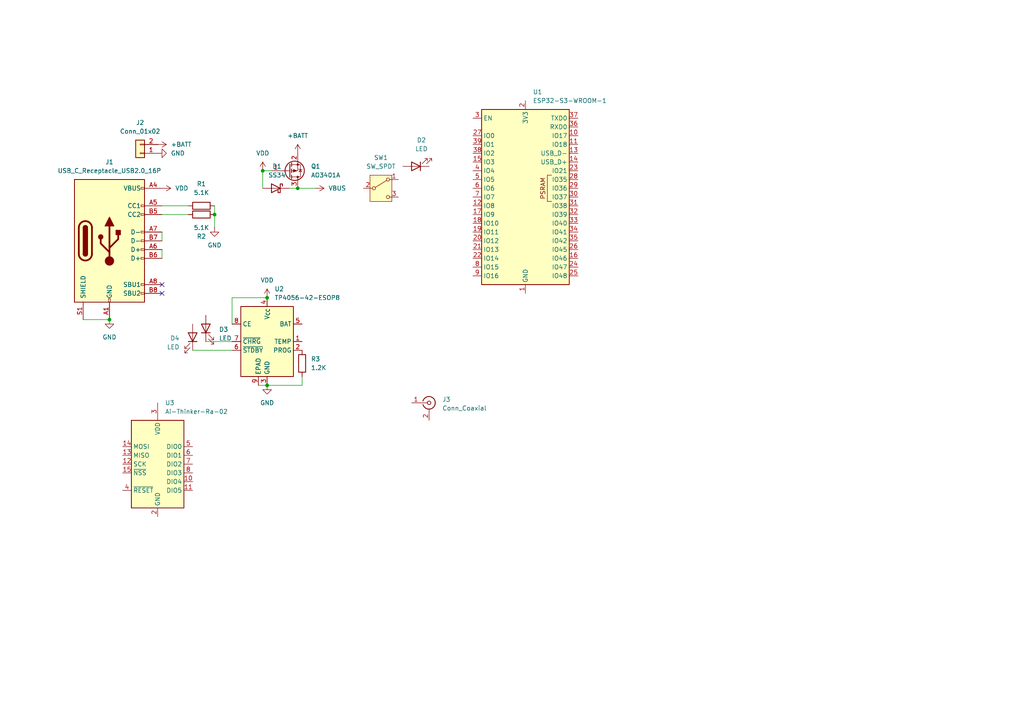
<source format=kicad_sch>
(kicad_sch (version 20250114) (generator "eeschema") (generator_version "9.0")
  (paper "A4")
  (lib_symbols
    (symbol "Battery_Management:TP4056-42-ESOP8"
      (property "Reference" "U" (at -6.604 11.684 0))
      (property "Value" "TP4056-42-ESOP8" (at 10.16 11.684 0))
      (symbol "TP4056-42-ESOP8_1_0"
        (pin input line (at -10.16 5.08 0) (length 2.54) (name "CE") (number "8"))
        (pin open_collector line (at -10.16 0 0) (length 2.54) (name "~{CHRG}") (number "7"))
        (pin open_collector line (at -10.16 -2.54 0) (length 2.54) (name "~{STDBY}") (number "6"))
        (pin passive line (at -2.54 -12.7 90) (length 2.54) (name "EPAD") (number "9"))
        (pin power_in line (at 0 12.7 270) (length 2.54) (name "V_{CC}") (number "4"))
        (pin power_in line (at 0 -12.7 90) (length 2.54) (name "GND") (number "3"))
        (pin power_out line (at 10.16 5.08 180) (length 2.54) (name "BAT") (number "5"))
        (pin input line (at 10.16 0 180) (length 2.54) (name "TEMP") (number "1"))
        (pin passive line (at 10.16 -2.54 180) (length 2.54) (name "PROG") (number "2"))
      )
      (symbol "TP4056-42-ESOP8_1_1"
        (rectangle (start -7.62 10.16) (end 7.62 -10.16) (stroke (width 0.254)) (fill (type background)))
      )
    )
    (symbol "Connector:Conn_Coaxial" (pin_names (offset 1.016) (hide yes))
      (property "Reference" "J" (at 0.254 3.048 0))
      (property "Value" "Conn_Coaxial" (at 2.921 0 90))
      (symbol "Conn_Coaxial_0_1"
        (polyline (pts (xy -2.54 0) (xy -0.508 0)))
        (arc (start 1.778 0) (mid 0.222 -1.8079) (end -1.778 -0.508) (stroke (width 0.254)))
        (arc (start -1.778 0.508) (mid 0.2221 1.8084) (end 1.778 0) (stroke (width 0.254)))
        (circle (center 0 0) (radius 0.508) (stroke (width 0.2032)))
        (polyline (pts (xy 0 -2.54) (xy 0 -1.778)))
      )
      (symbol "Conn_Coaxial_1_1"
        (pin passive line (at -5.08 0 0) (length 2.54) (name "In") (number "1"))
        (pin passive line (at 0 -5.08 90) (length 2.54) (name "Ext") (number "2"))
      )
    )
    (symbol "Connector:USB_C_Receptacle_USB2.0_16P" (pin_names (offset 1.016))
      (property "Reference" "J" (at 0 22.225 0))
      (property "Value" "USB_C_Receptacle_USB2.0_16P" (at 0 19.685 0))
      (symbol "USB_C_Receptacle_USB2.0_16P_0_0"
        (rectangle (start -0.254 -17.78) (end 0.254 -16.764))
        (rectangle (start 10.16 15.494) (end 9.144 14.986))
        (rectangle (start 10.16 10.414) (end 9.144 9.906))
        (rectangle (start 10.16 7.874) (end 9.144 7.366))
        (rectangle (start 10.16 2.794) (end 9.144 2.286))
        (rectangle (start 10.16 0.254) (end 9.144 -0.254))
        (rectangle (start 10.16 -2.286) (end 9.144 -2.794))
        (rectangle (start 10.16 -4.826) (end 9.144 -5.334))
        (rectangle (start 10.16 -12.446) (end 9.144 -12.954))
        (rectangle (start 10.16 -14.986) (end 9.144 -15.494))
      )
      (symbol "USB_C_Receptacle_USB2.0_16P_0_1"
        (rectangle (start -10.16 17.78) (end 10.16 -17.78) (stroke (width 0.254)) (fill (type background)))
        (polyline (pts (xy -8.89 -3.81) (xy -8.89 3.81)) (stroke (width 0.508)))
        (rectangle (start -7.62 -3.81) (end -6.35 3.81) (stroke (width 0.254)) (fill (type outline)))
        (arc (start -7.62 3.81) (mid -6.985 4.4423) (end -6.35 3.81) (stroke (width 0.254)))
        (arc (start -7.62 3.81) (mid -6.985 4.4423) (end -6.35 3.81) (stroke (width 0.254)) (fill (type outline)))
        (arc (start -8.89 3.81) (mid -6.985 5.7067) (end -5.08 3.81) (stroke (width 0.508)))
        (arc (start -5.08 -3.81) (mid -6.985 -5.7067) (end -8.89 -3.81) (stroke (width 0.508)))
        (arc (start -6.35 -3.81) (mid -6.985 -4.4423) (end -7.62 -3.81) (stroke (width 0.254)))
        (arc (start -6.35 -3.81) (mid -6.985 -4.4423) (end -7.62 -3.81) (stroke (width 0.254)) (fill (type outline)))
        (polyline (pts (xy -5.08 3.81) (xy -5.08 -3.81)) (stroke (width 0.508)))
        (circle (center -2.54 1.143) (radius 0.635) (stroke (width 0.254)) (fill (type outline)))
        (polyline (pts (xy -1.27 4.318) (xy 0 6.858) (xy 1.27 4.318) (xy -1.27 4.318)) (stroke (width 0.254)) (fill (type outline)))
        (polyline (pts (xy 0 -2.032) (xy 2.54 0.508) (xy 2.54 1.778)) (stroke (width 0.508)))
        (polyline (pts (xy 0 -3.302) (xy -2.54 -0.762) (xy -2.54 0.508)) (stroke (width 0.508)))
        (polyline (pts (xy 0 -5.842) (xy 0 4.318)) (stroke (width 0.508)))
        (circle (center 0 -5.842) (radius 1.27) (fill (type outline)))
        (rectangle (start 1.905 1.778) (end 3.175 3.048) (stroke (width 0.254)) (fill (type outline)))
      )
      (symbol "USB_C_Receptacle_USB2.0_16P_1_1"
        (pin passive line (at -7.62 -22.86 90) (length 5.08) (name "SHIELD") (number "S1"))
        (pin passive line (at 0 -22.86 90) (length 5.08) (name "GND") (number "A1"))
        (pin passive line (at 0 -22.86 90) (length 5.08) (hide yes) (name "GND") (number "A12"))
        (pin passive line (at 0 -22.86 90) (length 5.08) (hide yes) (name "GND") (number "B1"))
        (pin passive line (at 0 -22.86 90) (length 5.08) (hide yes) (name "GND") (number "B12"))
        (pin passive line (at 15.24 15.24 180) (length 5.08) (name "VBUS") (number "A4"))
        (pin passive line (at 15.24 15.24 180) (length 5.08) (hide yes) (name "VBUS") (number "A9"))
        (pin passive line (at 15.24 15.24 180) (length 5.08) (hide yes) (name "VBUS") (number "B4"))
        (pin passive line (at 15.24 15.24 180) (length 5.08) (hide yes) (name "VBUS") (number "B9"))
        (pin bidirectional line (at 15.24 10.16 180) (length 5.08) (name "CC1") (number "A5"))
        (pin bidirectional line (at 15.24 7.62 180) (length 5.08) (name "CC2") (number "B5"))
        (pin bidirectional line (at 15.24 2.54 180) (length 5.08) (name "D-") (number "A7"))
        (pin bidirectional line (at 15.24 0 180) (length 5.08) (name "D-") (number "B7"))
        (pin bidirectional line (at 15.24 -2.54 180) (length 5.08) (name "D+") (number "A6"))
        (pin bidirectional line (at 15.24 -5.08 180) (length 5.08) (name "D+") (number "B6"))
        (pin bidirectional line (at 15.24 -12.7 180) (length 5.08) (name "SBU1") (number "A8"))
        (pin bidirectional line (at 15.24 -15.24 180) (length 5.08) (name "SBU2") (number "B8"))
      )
    )
    (symbol "Connector_Generic:Conn_01x02" (pin_names (offset 1.016) (hide yes))
      (property "Reference" "J" (at 0 2.54 0))
      (property "Value" "Conn_01x02" (at 0 -5.08 0))
      (symbol "Conn_01x02_1_1"
        (rectangle (start -1.27 1.27) (end 1.27 -3.81) (stroke (width 0.254)) (fill (type background)))
        (rectangle (start -1.27 0.127) (end 0 -0.127) (stroke (width 0.1524)))
        (rectangle (start -1.27 -2.413) (end 0 -2.667) (stroke (width 0.1524)))
        (pin passive line (at -5.08 0 0) (length 3.81) (name "Pin_1") (number "1"))
        (pin passive line (at -5.08 -2.54 0) (length 3.81) (name "Pin_2") (number "2"))
      )
    )
    (symbol "Device:LED" (pin_numbers (hide yes)) (pin_names (offset 1.016) (hide yes))
      (property "Reference" "D" (at 0 2.54 0))
      (property "Value" "LED" (at 0 -2.54 0))
      (symbol "LED_0_1"
        (polyline (pts (xy -3.048 -0.762) (xy -4.572 -2.286) (xy -3.81 -2.286) (xy -4.572 -2.286) (xy -4.572 -1.524)))
        (polyline (pts (xy -1.778 -0.762) (xy -3.302 -2.286) (xy -2.54 -2.286) (xy -3.302 -2.286) (xy -3.302 -1.524)))
        (polyline (pts (xy -1.27 0) (xy 1.27 0)))
        (polyline (pts (xy -1.27 -1.27) (xy -1.27 1.27)) (stroke (width 0.254)))
        (polyline (pts (xy 1.27 -1.27) (xy 1.27 1.27) (xy -1.27 0) (xy 1.27 -1.27)) (stroke (width 0.254)))
      )
      (symbol "LED_1_1"
        (pin passive line (at -3.81 0 0) (length 2.54) (name "K") (number "1"))
        (pin passive line (at 3.81 0 180) (length 2.54) (name "A") (number "2"))
      )
    )
    (symbol "Device:R" (pin_numbers (hide yes)) (pin_names (offset 0))
      (property "Reference" "R" (at 2.032 0 90))
      (property "Value" "R" (at 0 0 90))
      (symbol "R_0_1"
        (rectangle (start -1.016 -2.54) (end 1.016 2.54) (stroke (width 0.254)))
      )
      (symbol "R_1_1"
        (pin passive line (at 0 3.81 270) (length 1.27) (name "~") (number "1"))
        (pin passive line (at 0 -3.81 90) (length 1.27) (name "~") (number "2"))
      )
    )
    (symbol "Diode:SS34" (pin_numbers (hide yes)) (pin_names (offset 1.016) (hide yes))
      (property "Reference" "D" (at 0 2.54 0))
      (property "Value" "SS34" (at 0 -2.54 0))
      (symbol "SS34_0_1"
        (polyline (pts (xy -1.905 0.635) (xy -1.905 1.27) (xy -1.27 1.27) (xy -1.27 -1.27) (xy -0.635 -1.27) (xy -0.635 -0.635)) (stroke (width 0.254)))
        (polyline (pts (xy 1.27 1.27) (xy 1.27 -1.27) (xy -1.27 0) (xy 1.27 1.27)) (stroke (width 0.254)))
        (polyline (pts (xy 1.27 0) (xy -1.27 0)))
      )
      (symbol "SS34_1_1"
        (pin passive line (at -3.81 0 0) (length 2.54) (name "K") (number "1"))
        (pin passive line (at 3.81 0 180) (length 2.54) (name "A") (number "2"))
      )
    )
    (symbol "RF_Module:Ai-Thinker-Ra-02"
      (property "Reference" "U" (at 2.54 19.05 0))
      (property "Value" "Ai-Thinker-Ra-02" (at 13.97 -15.24 0))
      (symbol "Ai-Thinker-Ra-02_0_1"
        (rectangle (start -7.62 12.7) (end 7.62 -12.7) (stroke (width 0.254)) (fill (type background)))
      )
      (symbol "Ai-Thinker-Ra-02_1_1"
        (pin input line (at -10.16 5.08 0) (length 2.54) (name "MOSI") (number "14"))
        (pin output line (at -10.16 2.54 0) (length 2.54) (name "MISO") (number "13"))
        (pin input line (at -10.16 0 0) (length 2.54) (name "SCK") (number "12"))
        (pin input line (at -10.16 -2.54 0) (length 2.54) (name "~{NSS}") (number "15"))
        (pin input line (at -10.16 -7.62 0) (length 2.54) (name "~{RESET}") (number "4"))
        (pin power_in line (at 0 17.78 270) (length 5.08) (name "VDD") (number "3"))
        (pin passive line (at 0 -15.24 90) (length 2.54) (hide yes) (name "GND") (number "1"))
        (pin passive line (at 0 -15.24 90) (length 2.54) (hide yes) (name "GND") (number "16"))
        (pin power_in line (at 0 -15.24 90) (length 2.54) (name "GND") (number "2"))
        (pin passive line (at 0 -15.24 90) (length 2.54) (hide yes) (name "GND") (number "9"))
        (pin bidirectional line (at 10.16 5.08 180) (length 2.54) (name "DIO0") (number "5"))
        (pin bidirectional line (at 10.16 2.54 180) (length 2.54) (name "DIO1") (number "6"))
        (pin bidirectional line (at 10.16 0 180) (length 2.54) (name "DIO2") (number "7"))
        (pin bidirectional line (at 10.16 -2.54 180) (length 2.54) (name "DIO3") (number "8"))
        (pin bidirectional line (at 10.16 -5.08 180) (length 2.54) (name "DIO4") (number "10"))
        (pin bidirectional line (at 10.16 -7.62 180) (length 2.54) (name "DIO5") (number "11"))
      )
    )
    (symbol "RF_Module:ESP32-S3-WROOM-1"
      (property "Reference" "U" (at -12.7 26.67 0))
      (property "Value" "ESP32-S3-WROOM-1" (at 12.7 26.67 0))
      (symbol "ESP32-S3-WROOM-1_0_0"
        (rectangle (start -12.7 25.4) (end 12.7 -25.4) (stroke (width 0.254)) (fill (type background)))
        (text "PSRAM" (at 5.08 2.54 900) (effects (font (size 1.27 1.27))))
      )
      (symbol "ESP32-S3-WROOM-1_0_1"
        (polyline (pts (xy 7.62 -1.27) (xy 6.35 -1.27) (xy 6.35 6.35) (xy 7.62 6.35)))
      )
      (symbol "ESP32-S3-WROOM-1_1_1"
        (pin input line (at -15.24 22.86 0) (length 2.54) (name "EN") (number "3"))
        (pin bidirectional line (at -15.24 17.78 0) (length 2.54) (name "IO0") (number "27"))
        (pin bidirectional line (at -15.24 15.24 0) (length 2.54) (name "IO1") (number "39"))
        (pin bidirectional line (at -15.24 12.7 0) (length 2.54) (name "IO2") (number "38"))
        (pin bidirectional line (at -15.24 10.16 0) (length 2.54) (name "IO3") (number "15"))
        (pin bidirectional line (at -15.24 7.62 0) (length 2.54) (name "IO4") (number "4"))
        (pin bidirectional line (at -15.24 5.08 0) (length 2.54) (name "IO5") (number "5"))
        (pin bidirectional line (at -15.24 2.54 0) (length 2.54) (name "IO6") (number "6"))
        (pin bidirectional line (at -15.24 0 0) (length 2.54) (name "IO7") (number "7"))
        (pin bidirectional line (at -15.24 -2.54 0) (length 2.54) (name "IO8") (number "12"))
        (pin bidirectional line (at -15.24 -5.08 0) (length 2.54) (name "IO9") (number "17"))
        (pin bidirectional line (at -15.24 -7.62 0) (length 2.54) (name "IO10") (number "18"))
        (pin bidirectional line (at -15.24 -10.16 0) (length 2.54) (name "IO11") (number "19"))
        (pin bidirectional line (at -15.24 -12.7 0) (length 2.54) (name "IO12") (number "20"))
        (pin bidirectional line (at -15.24 -15.24 0) (length 2.54) (name "IO13") (number "21"))
        (pin bidirectional line (at -15.24 -17.78 0) (length 2.54) (name "IO14") (number "22"))
        (pin bidirectional line (at -15.24 -20.32 0) (length 2.54) (name "IO15") (number "8"))
        (pin bidirectional line (at -15.24 -22.86 0) (length 2.54) (name "IO16") (number "9"))
        (pin power_in line (at 0 27.94 270) (length 2.54) (name "3V3") (number "2"))
        (pin power_in line (at 0 -27.94 90) (length 2.54) (name "GND") (number "1"))
        (pin passive line (at 0 -27.94 90) (length 2.54) (hide yes) (name "GND") (number "40"))
        (pin passive line (at 0 -27.94 90) (length 2.54) (hide yes) (name "GND") (number "41"))
        (pin bidirectional line (at 15.24 22.86 180) (length 2.54) (name "TXD0") (number "37"))
        (pin bidirectional line (at 15.24 20.32 180) (length 2.54) (name "RXD0") (number "36"))
        (pin bidirectional line (at 15.24 17.78 180) (length 2.54) (name "IO17") (number "10"))
        (pin bidirectional line (at 15.24 15.24 180) (length 2.54) (name "IO18") (number "11"))
        (pin bidirectional line (at 15.24 12.7 180) (length 2.54) (name "USB_D-") (number "13"))
        (pin bidirectional line (at 15.24 10.16 180) (length 2.54) (name "USB_D+") (number "14"))
        (pin bidirectional line (at 15.24 7.62 180) (length 2.54) (name "IO21") (number "23"))
        (pin bidirectional line (at 15.24 5.08 180) (length 2.54) (name "IO35") (number "28"))
        (pin bidirectional line (at 15.24 2.54 180) (length 2.54) (name "IO36") (number "29"))
        (pin bidirectional line (at 15.24 0 180) (length 2.54) (name "IO37") (number "30"))
        (pin bidirectional line (at 15.24 -2.54 180) (length 2.54) (name "IO38") (number "31"))
        (pin bidirectional line (at 15.24 -5.08 180) (length 2.54) (name "IO39") (number "32"))
        (pin bidirectional line (at 15.24 -7.62 180) (length 2.54) (name "IO40") (number "33"))
        (pin bidirectional line (at 15.24 -10.16 180) (length 2.54) (name "IO41") (number "34"))
        (pin bidirectional line (at 15.24 -12.7 180) (length 2.54) (name "IO42") (number "35"))
        (pin bidirectional line (at 15.24 -15.24 180) (length 2.54) (name "IO45") (number "26"))
        (pin bidirectional line (at 15.24 -17.78 180) (length 2.54) (name "IO46") (number "16"))
        (pin bidirectional line (at 15.24 -20.32 180) (length 2.54) (name "IO47") (number "24"))
        (pin bidirectional line (at 15.24 -22.86 180) (length 2.54) (name "IO48") (number "25"))
      )
    )
    (symbol "Switch:SW_SPDT" (pin_names (offset 0) (hide yes))
      (property "Reference" "SW" (at 0 5.08 0))
      (property "Value" "SW_SPDT" (at 0 -5.08 0))
      (symbol "SW_SPDT_0_1"
        (circle (center -2.032 0) (radius 0.4572))
        (polyline (pts (xy -1.651 0.254) (xy 1.651 2.286)))
        (circle (center 2.032 2.54) (radius 0.4572))
        (circle (center 2.032 -2.54) (radius 0.4572))
      )
      (symbol "SW_SPDT_1_1"
        (rectangle (start -3.175 3.81) (end 3.175 -3.81) (fill (type background)))
        (pin passive line (at -5.08 0 0) (length 2.54) (name "B") (number "2"))
        (pin passive line (at 5.08 2.54 180) (length 2.54) (name "A") (number "1"))
        (pin passive line (at 5.08 -2.54 180) (length 2.54) (name "C") (number "3"))
      )
    )
    (symbol "Transistor_FET:AO3401A" (pin_names (hide yes))
      (property "Reference" "Q" (at 5.08 1.905 0))
      (property "Value" "AO3401A" (at 5.08 0 0))
      (symbol "AO3401A_0_1"
        (polyline (pts (xy 0.254 1.905) (xy 0.254 -1.905)) (stroke (width 0.254)))
        (polyline (pts (xy 0.254 0) (xy -2.54 0)))
        (polyline (pts (xy 0.762 2.286) (xy 0.762 1.27)) (stroke (width 0.254)))
        (polyline (pts (xy 0.762 1.778) (xy 3.302 1.778) (xy 3.302 -1.778) (xy 0.762 -1.778)))
        (polyline (pts (xy 0.762 0.508) (xy 0.762 -0.508)) (stroke (width 0.254)))
        (polyline (pts (xy 0.762 -1.27) (xy 0.762 -2.286)) (stroke (width 0.254)))
        (circle (center 1.651 0) (radius 2.794) (stroke (width 0.254)))
        (polyline (pts (xy 2.286 0) (xy 1.27 0.381) (xy 1.27 -0.381) (xy 2.286 0)) (fill (type outline)))
        (polyline (pts (xy 2.54 2.54) (xy 2.54 1.778)))
        (circle (center 2.54 1.778) (radius 0.254) (fill (type outline)))
        (circle (center 2.54 -1.778) (radius 0.254) (fill (type outline)))
        (polyline (pts (xy 2.54 -2.54) (xy 2.54 0) (xy 0.762 0)))
        (polyline (pts (xy 2.794 -0.508) (xy 2.921 -0.381) (xy 3.683 -0.381) (xy 3.81 -0.254)))
        (polyline (pts (xy 3.302 -0.381) (xy 2.921 0.254) (xy 3.683 0.254) (xy 3.302 -0.381)))
      )
      (symbol "AO3401A_1_1"
        (pin input line (at -5.08 0 0) (length 2.54) (name "G") (number "1"))
        (pin passive line (at 2.54 5.08 270) (length 2.54) (name "D") (number "3"))
        (pin passive line (at 2.54 -5.08 90) (length 2.54) (name "S") (number "2"))
      )
    )
    (symbol "power:+BATT" (power) (pin_numbers (hide yes)) (pin_names (offset 0) (hide yes))
      (property "Value" "+BATT" (at 0 3.556 0))
      (symbol "+BATT_0_1"
        (polyline (pts (xy -0.762 1.27) (xy 0 2.54)))
        (polyline (pts (xy 0 2.54) (xy 0.762 1.27)))
        (polyline (pts (xy 0 0) (xy 0 2.54)))
      )
      (symbol "+BATT_1_1"
        (pin power_in line (at 0 0 90) (length 0) (name "~") (number "1"))
      )
    )
    (symbol "power:GND" (power) (pin_numbers (hide yes)) (pin_names (offset 0) (hide yes))
      (property "Value" "GND" (at 0 -3.81 0))
      (symbol "GND_0_1"
        (polyline (pts (xy 0 0) (xy 0 -1.27) (xy 1.27 -1.27) (xy 0 -2.54) (xy -1.27 -1.27) (xy 0 -1.27)))
      )
      (symbol "GND_1_1"
        (pin power_in line (at 0 0 270) (length 0) (name "~") (number "1"))
      )
    )
    (symbol "power:VBUS" (power) (pin_numbers (hide yes)) (pin_names (offset 0) (hide yes))
      (property "Value" "VBUS" (at 0 3.556 0))
      (symbol "VBUS_0_1"
        (polyline (pts (xy -0.762 1.27) (xy 0 2.54)))
        (polyline (pts (xy 0 2.54) (xy 0.762 1.27)))
        (polyline (pts (xy 0 0) (xy 0 2.54)))
      )
      (symbol "VBUS_1_1"
        (pin power_in line (at 0 0 90) (length 0) (name "~") (number "1"))
      )
    )
    (symbol "power:VDD" (power) (pin_numbers (hide yes)) (pin_names (offset 0) (hide yes))
      (property "Value" "VDD" (at 0 3.556 0))
      (symbol "VDD_0_1"
        (polyline (pts (xy -0.762 1.27) (xy 0 2.54)))
        (polyline (pts (xy 0 2.54) (xy 0.762 1.27)))
        (polyline (pts (xy 0 0) (xy 0 2.54)))
      )
      (symbol "VDD_1_1"
        (pin power_in line (at 0 0 90) (length 0) (name "~") (number "1"))
      )
    )
  )
  (junction (at 76.2 49.53))
  (junction (at 86.36 54.61))
  (junction (at 62.23 62.23))
  (junction (at 77.47 86.36))
  (junction (at 77.47 111.76))
  (junction (at 31.75 92.71))
  (no_connect (at 46.99 82.55))
  (no_connect (at 46.99 85.09))
  (wire (pts (xy 78.74 49.53) (xy 76.2 49.53)))
  (wire (pts (xy 86.36 54.61) (xy 91.44 54.61)))
  (wire (pts (xy 46.99 62.23) (xy 54.61 62.23)))
  (wire (pts (xy 74.93 111.76) (xy 77.47 111.76)))
  (wire (pts (xy 83.82 54.61) (xy 86.36 54.61)))
  (wire (pts (xy 67.31 93.98) (xy 67.31 86.36)))
  (wire (pts (xy 46.99 67.31) (xy 46.99 69.85)))
  (wire (pts (xy 62.23 59.69) (xy 62.23 62.23)))
  (wire (pts (xy 24.13 92.71) (xy 31.75 92.71)))
  (wire (pts (xy 55.88 101.6) (xy 67.31 101.6)))
  (wire (pts (xy 54.61 59.69) (xy 46.99 59.69)))
  (wire (pts (xy 87.63 109.22) (xy 87.63 111.76)))
  (wire (pts (xy 87.63 111.76) (xy 77.47 111.76)))
  (wire (pts (xy 46.99 72.39) (xy 46.99 74.93)))
  (wire (pts (xy 62.23 62.23) (xy 62.23 66.04)))
  (wire (pts (xy 67.31 86.36) (xy 77.47 86.36)))
  (wire (pts (xy 59.69 99.06) (xy 67.31 99.06)))
  (wire (pts (xy 76.2 49.53) (xy 76.2 54.61)))
  (symbol (lib_id "Device:LED") (at 120.65 48.26 180) (unit 1)
    (property "Reference" "D2" (at 122.2375 40.64 0))
    (property "Value" "LED" (at 122.2375 43.18 0))
    (property "Description" "Light emitting diode" (effects (hide yes)))
    (property "Sim.Pins" "1=K 2=A" (effects (hide yes)))
  )
  (symbol (lib_id "Diode:SS34") (at 80.01 54.61 0) (mirror y) (unit 1)
    (property "Reference" "D1" (at 80.3275 48.26 0))
    (property "Value" "SS34" (at 80.3275 50.8 0))
    (property "Footprint" "Diode_SMD:D_SMA" (effects (hide yes)))
    (property "Datasheet" "https://www.vishay.com/docs/88751/ss32.pdf" (effects (hide yes)))
    (property "Description" "40V 3A Schottky Diode, SMA" (effects (hide yes)))
  )
  (symbol (lib_id "Transistor_FET:AO3401A") (at 83.82 49.53 0) (mirror x) (unit 1)
    (property "Reference" "Q1" (at 90.17 48.2599 0) (effects (justify left)))
    (property "Value" "AO3401A" (at 90.17 50.7999 0) (effects (justify left)))
    (property "Footprint" "Package_TO_SOT_SMD:SOT-23" (effects (hide yes)))
    (property "Datasheet" "http://www.aosmd.com/pdfs/datasheet/AO3401A.pdf" (effects (hide yes)))
    (property "Description" "-4.0A Id, -30V Vds, P-Channel MOSFET, SOT-23" (effects (hide yes)))
  )
  (symbol (lib_id "RF_Module:ESP32-S3-WROOM-1") (at 152.4 57.15 0) (unit 1)
    (property "Reference" "U1" (at 154.5433 26.67 0) (effects (justify left)))
    (property "Value" "ESP32-S3-WROOM-1" (at 154.5433 29.21 0) (effects (justify left)))
    (property "Footprint" "RF_Module:ESP32-S3-WROOM-1" (effects (hide yes)))
    (property "Datasheet" "https://www.espressif.com/sites/default/files/documentation/esp32-s3-wroom-1_wroom-1u_datasheet_en.pdf" (effects (hide yes)))
    (property "Description" "RF Module, ESP32-S3 SoC, Wi-Fi 802.11b/g/n, Bluetooth, BLE, 32-bit, 3.3V, onboard antenna, SMD" (effects (hide yes)))
  )
  (symbol (lib_id "Device:LED") (at 59.69 95.25 90) (unit 1)
    (property "Reference" "D3" (at 63.5 95.5674 90) (effects (justify right)))
    (property "Value" "LED" (at 63.5 98.1074 90) (effects (justify right)))
    (property "Description" "Light emitting diode" (effects (hide yes)))
    (property "Sim.Pins" "1=K 2=A" (effects (hide yes)))
  )
  (symbol (lib_id "Battery_Management:TP4056-42-ESOP8") (at 77.47 99.06 0) (unit 1)
    (property "Reference" "U2" (at 79.6133 83.82 0) (effects (justify left)))
    (property "Value" "TP4056-42-ESOP8" (at 79.6133 86.36 0) (effects (justify left)))
    (property "Footprint" "Package_SO:SOIC-8-1EP_3.9x4.9mm_P1.27mm_EP2.41x3.3mm_ThermalVias" (effects (hide yes)))
    (property "Datasheet" "https://www.lcsc.com/datasheet/lcsc_datasheet_2410121619_TOPPOWER-Nanjing-Extension-Microelectronics-TP4056-42-ESOP8_C16581.pdf" (effects (hide yes)))
    (property "Description" "1A Standalone Linear Li-ion/LiPo single-cell battery charger, 4.2V ±1% charge voltage, VCC = 4.0..8.0V, SOIC-8 (SOP-8)" (effects (hide yes)))
  )
  (symbol (lib_id "power:GND") (at 45.72 44.45 90) (unit 1)
    (property "Reference" "#PWR01" (effects (hide yes)))
    (property "Value" "GND" (at 49.53 44.4499 90) (effects (justify right)))
    (property "Description" "Power symbol creates a global label with name \"GND\" , ground" (effects (hide yes)))
  )
  (symbol (lib_id "power:GND") (at 62.23 66.04 0) (unit 1)
    (property "Reference" "#PWR010" (effects (hide yes)))
    (property "Value" "GND" (at 62.23 71.12 0))
    (property "Description" "Power symbol creates a global label with name \"GND\" , ground" (effects (hide yes)))
  )
  (symbol (lib_id "Connector_Generic:Conn_01x02") (at 40.64 44.45 180) (unit 1)
    (property "Reference" "J2" (at 40.64 35.56 0))
    (property "Value" "Conn_01x02" (at 40.64 38.1 0))
    (property "Description" "Generic connector, single row, 01x02, script generated (kicad-library-utils/schlib/autogen/connector/)" (effects (hide yes)))
  )
  (symbol (lib_id "Switch:SW_SPDT") (at 110.49 54.61 0) (unit 1)
    (property "Reference" "SW1" (at 110.49 45.72 0))
    (property "Value" "SW_SPDT" (at 110.49 48.26 0))
    (property "Description" "Switch, single pole double throw" (effects (hide yes)))
  )
  (symbol (lib_id "Device:LED") (at 55.88 97.79 270) (mirror x) (unit 1)
    (property "Reference" "D4" (at 52.07 98.1074 90) (effects (justify right)))
    (property "Value" "LED" (at 52.07 100.6474 90) (effects (justify right)))
    (property "Description" "Light emitting diode" (effects (hide yes)))
    (property "Sim.Pins" "1=K 2=A" (effects (hide yes)))
  )
  (symbol (lib_id "power:GND") (at 77.47 111.76 0) (unit 1)
    (property "Reference" "#PWR08" (effects (hide yes)))
    (property "Value" "GND" (at 77.47 116.84 0))
    (property "Description" "Power symbol creates a global label with name \"GND\" , ground" (effects (hide yes)))
  )
  (symbol (lib_id "power:VDD") (at 77.47 86.36 0) (unit 1)
    (property "Reference" "#PWR07" (effects (hide yes)))
    (property "Value" "VDD" (at 77.47 81.28 0))
    (property "Description" "Power symbol creates a global label with name \"VDD\"" (effects (hide yes)))
  )
  (symbol (lib_id "Device:R") (at 87.63 105.41 0) (unit 1)
    (property "Reference" "R3" (at 90.17 104.1399 0) (effects (justify left)))
    (property "Value" "1.2K" (at 90.17 106.6799 0) (effects (justify left)))
    (property "Description" "Resistor" (effects (hide yes)))
  )
  (symbol (lib_id "power:+BATT") (at 45.72 41.91 270) (unit 1)
    (property "Reference" "#PWR02" (effects (hide yes)))
    (property "Value" "+BATT" (at 49.53 41.9099 90) (effects (justify left)))
    (property "Description" "Power symbol creates a global label with name \"+BATT\"" (effects (hide yes)))
  )
  (symbol (lib_id "Connector:Conn_Coaxial") (at 124.46 116.84 0) (unit 1)
    (property "Reference" "J3" (at 128.27 115.8631 0) (effects (justify left)))
    (property "Value" "Conn_Coaxial" (at 128.27 118.4031 0) (effects (justify left)))
    (property "Description" "coaxial connector (BNC, SMA, SMB, SMC, Cinch/RCA, LEMO, ...)" (effects (hide yes)))
  )
  (symbol (lib_id "power:GND") (at 31.75 92.71 0) (unit 1)
    (property "Reference" "#PWR09" (effects (hide yes)))
    (property "Value" "GND" (at 31.75 97.79 0))
    (property "Description" "Power symbol creates a global label with name \"GND\" , ground" (effects (hide yes)))
  )
  (symbol (lib_id "power:VDD") (at 46.99 54.61 270) (unit 1)
    (property "Reference" "#PWR03" (effects (hide yes)))
    (property "Value" "VDD" (at 50.8 54.6099 90) (effects (justify left)))
    (property "Description" "Power symbol creates a global label with name \"VDD\"" (effects (hide yes)))
  )
  (symbol (lib_id "power:VDD") (at 76.2 49.53 0) (unit 1)
    (property "Reference" "#PWR04" (effects (hide yes)))
    (property "Value" "VDD" (at 76.2 44.45 0))
    (property "Description" "Power symbol creates a global label with name \"VDD\"" (effects (hide yes)))
  )
  (symbol (lib_id "power:VBUS") (at 91.44 54.61 270) (unit 1)
    (property "Reference" "#PWR06" (effects (hide yes)))
    (property "Value" "VBUS" (at 95.25 54.6099 90) (effects (justify left)))
    (property "Description" "Power symbol creates a global label with name \"VBUS\"" (effects (hide yes)))
  )
  (symbol (lib_id "power:+BATT") (at 86.36 44.45 0) (unit 1)
    (property "Reference" "#PWR05" (effects (hide yes)))
    (property "Value" "+BATT" (at 86.36 39.37 0))
    (property "Description" "Power symbol creates a global label with name \"+BATT\"" (effects (hide yes)))
  )
  (symbol (lib_id "RF_Module:Ai-Thinker-Ra-02") (at 45.72 134.62 0) (unit 1)
    (property "Reference" "U3" (at 47.8633 116.84 0) (effects (justify left)))
    (property "Value" "Ai-Thinker-Ra-02" (at 47.8633 119.38 0) (effects (justify left)))
    (property "Footprint" "RF_Module:Ai-Thinker-Ra-01-LoRa" (effects (hide yes)))
    (property "Datasheet" "http://wiki.ai-thinker.com/_media/lora/docs/c048ps01a1_ra-02_product_specification_v1.1.pdf" (effects (hide yes)))
    (property "Description" "Ai-Thinker Ra-02 410-525 MHz LoRa Module, SPI interface, U.FL antenna connector" (effects (hide yes)))
  )
  (symbol (lib_id "Device:R") (at 58.42 62.23 90) (mirror x) (unit 1)
    (property "Reference" "R2" (at 58.42 68.58 90))
    (property "Value" "5.1K" (at 58.42 66.04 90))
    (property "Description" "Resistor" (effects (hide yes)))
  )
  (symbol (lib_id "Connector:USB_C_Receptacle_USB2.0_16P") (at 31.75 69.85 0) (unit 1)
    (property "Reference" "J1" (at 31.75 46.99 0))
    (property "Value" "USB_C_Receptacle_USB2.0_16P" (at 31.75 49.53 0))
    (property "Datasheet" "https://www.usb.org/sites/default/files/documents/usb_type-c.zip" (effects (hide yes)))
    (property "Description" "USB 2.0-only 16P Type-C Receptacle connector" (effects (hide yes)))
  )
  (symbol (lib_id "Device:R") (at 58.42 59.69 90) (unit 1)
    (property "Reference" "R1" (at 58.42 53.34 90))
    (property "Value" "5.1K" (at 58.42 55.88 90))
    (property "Description" "Resistor" (effects (hide yes)))
  )
)
</source>
